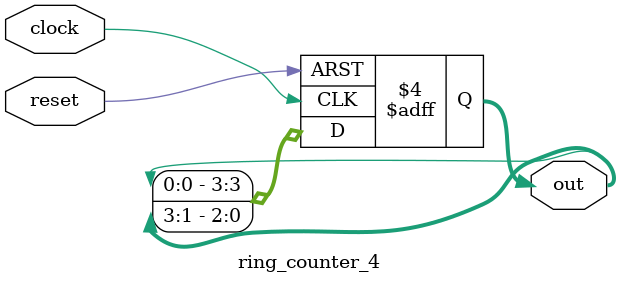
<source format=v>
module ring_counter_4( reset, clock, out );
    input               reset, clock;
    output  reg [3:0]   out;

    initial out = 4'b0001;
    
    always @(posedge clock or posedge reset)
    begin
        if (reset == 1)
            out = 1;
        else
            out = {out[0], out[3:1]};
    end
endmodule
</source>
